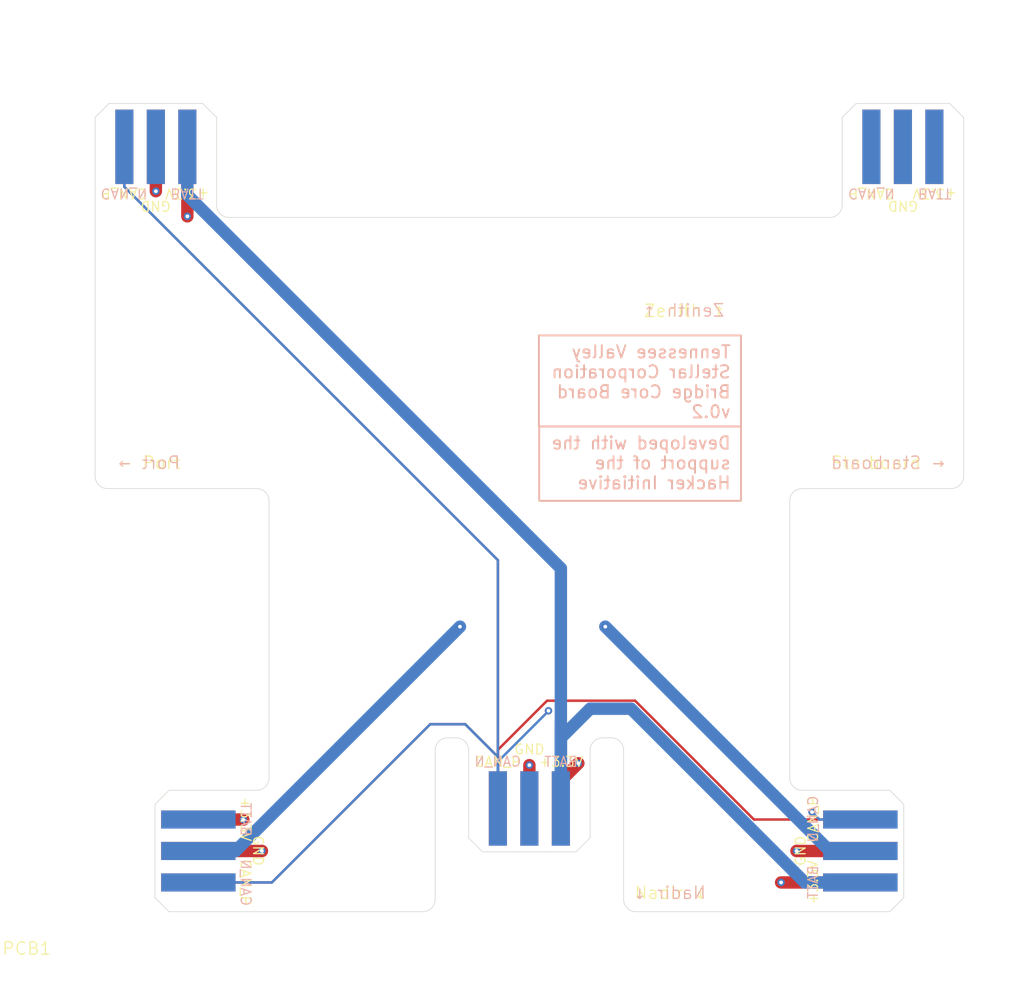
<source format=kicad_pcb>
(kicad_pcb (version 20221018) (generator pcbnew)
  (layers (0 "F.Cu" signal) (1 "In1.Cu" signal) (2 "In2.Cu" signal) (31 "B.Cu" signal) (34 "B.Paste" user) (35 "F.Paste" user) (36 "B.SilkS" user "B.Silkscreen") (37 "F.SilkS" user "F.Silkscreen") (38 "B.Mask" user) (39 "F.Mask" user) (44 "Edge.Cuts" user))
  (property "PCB_VERSION" "0.2")
  (net 0 "")
  (net 1 "GND")
  (net 2 "CAN_N")
  (net 3 "CAN_P")
  (net 4 "+3.3V")
  (net 5 "BATT")
  (net 6 "BATT_MID")
  (footprint "footprints:Core_Board_PCB_Shape" (layer "F.Cu") (at 105.29 128.843)
    (fp_text reference "PCB1" (at 0 -0.5 unlocked) (layer "F.SilkS") (effects (font (thickness 0.1)) (justify right)))
    (fp_text value "~")
    (fp_text user "BATT" (at 10.9 -61.9 180 unlocked) (layer "B.SilkS") (effects (font (size 0.8 0.8) (thickness 0.1)) (justify bottom mirror)))
    (fp_text user "CAN_N" (at 15.15 -5.82 -90 unlocked) (layer "B.SilkS") (effects (font (size 0.8 0.8) (thickness 0.1)) (justify bottom mirror)))
    (fp_text user "Zenith ↑" (at 47.5 -52 unlocked) (layer "B.SilkS") (effects (font (thickness 0.1)) (justify right mirror)))
    (fp_text user "BATT" (at 41.05 -15.1 unlocked) (layer "B.SilkS") (effects (font (size 0.8 0.8) (thickness 0.1)) (justify bottom mirror)))
    (fp_text user "CAN_N" (at 35.95 -15.12 unlocked) (layer "B.SilkS") (effects (font (size 0.8 0.8) (thickness 0.1)) (justify bottom mirror)))
    (fp_text user "CAN_N" (at 66.09 -61.9 180 unlocked) (layer "B.SilkS") (effects (font (size 0.8 0.8) (thickness 0.1)) (justify bottom mirror)))
    (fp_text user "Nadir ↓" (at 46.72 -5 unlocked) (layer "B.SilkS") (effects (font (thickness 0.1)) (justify right mirror)))
    (fp_text user "CAN_N" (at 5.8 -61.9 180 unlocked) (layer "B.SilkS") (effects (font (size 0.8 0.8) (thickness 0.1)) (justify bottom mirror)))
    (fp_text user "BATT" (at 61.85 -5.85 90 unlocked) (layer "B.SilkS") (effects (font (size 0.8 0.8) (thickness 0.1)) (justify bottom mirror)))
    (fp_text user "← Starboard" (at 62.76 -39.7 unlocked) (layer "B.SilkS") (effects (font (thickness 0.1)) (justify right mirror)))
    (fp_text user "BATT" (at 71.19 -61.9 180 unlocked) (layer "B.SilkS") (effects (font (size 0.8 0.8) (thickness 0.1)) (justify bottom mirror)))
    (fp_text user "CAN_N" (at 61.85 -10.95 90 unlocked) (layer "B.SilkS") (effects (font (size 0.8 0.8) (thickness 0.1)) (justify bottom mirror)))
    (fp_text user "BATT" (at 15.15 -10.92 -90 unlocked) (layer "B.SilkS") (effects (font (size 0.8 0.8) (thickness 0.1)) (justify bottom mirror)))
    (fp_text user "Port →" (at 10.4 -39.7 unlocked) (layer "B.SilkS") (effects (font (thickness 0.1)) (justify left mirror)))
    (fp_text user "CAN_P" (at 35.95 -15.1 unlocked) (layer "F.SilkS") (effects (font (size 0.8 0.8) (thickness 0.1)) (justify bottom)))
    (fp_text user "GND" (at 38.5 -16.1 unlocked) (layer "F.SilkS") (effects (font (size 0.8 0.8) (thickness 0.1)) (justify bottom)))
    (fp_text user "+3.3V" (at 15.15 -10.94 -90 unlocked) (layer "F.SilkS") (effects (font (size 0.8 0.8) (thickness 0.1)) (justify bottom)))
    (fp_text user "CAN_P" (at 15.15 -5.84 -90 unlocked) (layer "F.SilkS") (effects (font (size 0.8 0.8) (thickness 0.1)) (justify bottom)))
    (fp_text user "+3.3V" (at 61.85 -5.83 90 unlocked) (layer "F.SilkS") (effects (font (size 0.8 0.8) (thickness 0.1)) (justify bottom)))
    (fp_text user "+3.3V" (at 41.05 -15.1 unlocked) (layer "F.SilkS") (effects (font (size 0.8 0.8) (thickness 0.1)) (justify bottom)))
    (fp_text user "GND" (at 8.35 -60.9 180 unlocked) (layer "F.SilkS") (effects (font (size 0.8 0.8) (thickness 0.1)) (justify bottom)))
    (fp_text user "+3.3V" (at 10.9 -61.9 180 unlocked) (layer "F.SilkS") (effects (font (size 0.8 0.8) (thickness 0.1)) (justify bottom)))
    (fp_text user "CAN_P" (at 61.85 -10.93 90 unlocked) (layer "F.SilkS") (effects (font (size 0.8 0.8) (thickness 0.1)) (justify bottom)))
    (fp_text user "CAN_P" (at 5.8 -61.9 180 unlocked) (layer "F.SilkS") (effects (font (size 0.8 0.8) (thickness 0.1)) (justify bottom)))
    (fp_text user "GND" (at 60.85 -8.38 90 unlocked) (layer "F.SilkS") (effects (font (size 0.8 0.8) (thickness 0.1)) (justify bottom)))
    (fp_text user "CAN_P" (at 66.1 -61.9 180 unlocked) (layer "F.SilkS") (effects (font (size 0.8 0.8) (thickness 0.1)) (justify bottom)))
    (fp_text user "GND" (at 16.15 -8.39 -90 unlocked) (layer "F.SilkS") (effects (font (size 0.8 0.8) (thickness 0.1)) (justify bottom)))
    (fp_text user "Starboard →" (at 72.15 -39.7 unlocked) (layer "F.SilkS") (effects (font (thickness 0.1)) (justify right)))
    (fp_text user "Nadir ↓" (at 53 -5 unlocked) (layer "F.SilkS") (effects (font (thickness 0.1)) (justify right)))
    (fp_text user "GND" (at 68.65 -60.9 180 unlocked) (layer "F.SilkS") (effects (font (size 0.8 0.8) (thickness 0.1)) (justify bottom)))
    (fp_text user "+3.3V" (at 71.2 -61.9 180 unlocked) (layer "F.SilkS") (effects (font (size 0.8 0.8) (thickness 0.1)) (justify bottom)))
    (fp_text user "Zenith ↑" (at 54.47 -51.96 unlocked) (layer "F.SilkS") (effects (font (thickness 0.1)) (justify right)))
    (fp_text user "← Port" (at 5.21 -39.7 unlocked) (layer "F.SilkS") (effects (font (thickness 0.1)) (justify left)))
    (fp_line (start 3.47 -67.57) (end 3.47 -38.62) (stroke (width 0.05)) (layer "Edge.Cuts"))
    (fp_line (start 4.47 -37.62) (end 16.5 -37.62) (stroke (width 0.05)) (layer "Edge.Cuts"))
    (fp_line (start 4.6 -68.7) (end 3.47 -67.57) (stroke (width 0.05)) (layer "Edge.Cuts"))
    (fp_line (start 8.3 -12.14) (end 8.3 -4.6) (stroke (width 0.05)) (layer "Edge.Cuts"))
    (fp_line (start 8.3 -12.14) (end 9.43 -13.27) (stroke (width 0.05)) (layer "Edge.Cuts"))
    (fp_line (start 9.43 -3.47) (end 8.3 -4.6) (stroke (width 0.05)) (layer "Edge.Cuts"))
    (fp_line (start 9.43 -3.47) (end 29.9 -3.47) (stroke (width 0.05)) (layer "Edge.Cuts"))
    (fp_line (start 12.14 -68.7) (end 4.6 -68.7) (stroke (width 0.05)) (layer "Edge.Cuts"))
    (fp_line (start 12.14 -68.7) (end 13.27 -67.57) (stroke (width 0.05)) (layer "Edge.Cuts"))
    (fp_line (start 13.27 -60.5) (end 13.27 -67.57) (stroke (width 0.05)) (layer "Edge.Cuts"))
    (fp_line (start 16.5 -13.27) (end 9.43 -13.27) (stroke (width 0.05)) (layer "Edge.Cuts"))
    (fp_line (start 17.5 -36.62) (end 17.5 -14.27) (stroke (width 0.05)) (layer "Edge.Cuts"))
    (fp_line (start 30.9 -4.47) (end 30.9 -16.5) (stroke (width 0.05)) (layer "Edge.Cuts"))
    (fp_line (start 31.9 -17.5) (end 32.6 -17.5) (stroke (width 0.05)) (layer "Edge.Cuts"))
    (fp_line (start 33.6 -16.5) (end 33.6 -9.43) (stroke (width 0.05)) (layer "Edge.Cuts"))
    (fp_line (start 34.73 -8.3) (end 33.6 -9.43) (stroke (width 0.05)) (layer "Edge.Cuts"))
    (fp_line (start 34.73 -8.3) (end 42.26 -8.3) (stroke (width 0.05)) (layer "Edge.Cuts"))
    (fp_line (start 43.4 -9.43) (end 42.26 -8.3) (stroke (width 0.05)) (layer "Edge.Cuts"))
    (fp_line (start 43.4 -9.43) (end 43.4 -16.5) (stroke (width 0.05)) (layer "Edge.Cuts"))
    (fp_line (start 44.4 -17.5) (end 45.1 -17.5) (stroke (width 0.05)) (layer "Edge.Cuts"))
    (fp_line (start 46.1 -16.5) (end 46.1 -4.47) (stroke (width 0.05)) (layer "Edge.Cuts"))
    (fp_line (start 47.1 -3.47) (end 67.57 -3.47) (stroke (width 0.05)) (layer "Edge.Cuts"))
    (fp_line (start 59.5 -14.27) (end 59.5 -36.62) (stroke (width 0.05)) (layer "Edge.Cuts"))
    (fp_line (start 60.5 -37.62) (end 72.53 -37.62) (stroke (width 0.05)) (layer "Edge.Cuts"))
    (fp_line (start 62.73 -59.5) (end 14.27 -59.5) (stroke (width 0.05)) (layer "Edge.Cuts"))
    (fp_line (start 63.73 -67.57) (end 63.73 -60.5) (stroke (width 0.05)) (layer "Edge.Cuts"))
    (fp_line (start 64.86 -68.7) (end 63.73 -67.57) (stroke (width 0.05)) (layer "Edge.Cuts"))
    (fp_line (start 67.57 -13.27) (end 60.5 -13.27) (stroke (width 0.05)) (layer "Edge.Cuts"))
    (fp_line (start 68.7 -12.14) (end 67.57 -13.27) (stroke (width 0.05)) (layer "Edge.Cuts"))
    (fp_line (start 68.7 -4.6) (end 67.57 -3.47) (stroke (width 0.05)) (layer "Edge.Cuts"))
    (fp_line (start 68.7 -4.6) (end 68.7 -12.14) (stroke (width 0.05)) (layer "Edge.Cuts"))
    (fp_line (start 72.4 -68.7) (end 64.86 -68.7) (stroke (width 0.05)) (layer "Edge.Cuts"))
    (fp_line (start 72.4 -68.7) (end 73.53 -67.57) (stroke (width 0.05)) (layer "Edge.Cuts"))
    (fp_line (start 73.53 -38.62) (end 73.53 -67.57) (stroke (width 0.05)) (layer "Edge.Cuts"))
    (fp_arc (start 4.47 -37.62) (mid 3.762893 -37.912893) (end 3.47 -38.62) (stroke (width 0.05)) (layer "Edge.Cuts"))
    (fp_arc (start 14.27 -59.5) (mid 13.562893 -59.792893) (end 13.27 -60.5) (stroke (width 0.05)) (layer "Edge.Cuts"))
    (fp_arc (start 16.5 -37.62) (mid 17.207107 -37.327107) (end 17.5 -36.62) (stroke (width 0.05)) (layer "Edge.Cuts"))
    (fp_arc (start 17.5 -14.27) (mid 17.207107 -13.562893) (end 16.5 -13.27) (stroke (width 0.05)) (layer "Edge.Cuts"))
    (fp_arc (start 30.9 -16.5) (mid 31.192893 -17.207107) (end 31.9 -17.5) (stroke (width 0.05)) (layer "Edge.Cuts"))
    (fp_arc (start 30.9 -4.47) (mid 30.607107 -3.762893) (end 29.9 -3.47) (stroke (width 0.05)) (layer "Edge.Cuts"))
    (fp_arc (start 32.6 -17.5) (mid 33.307107 -17.207107) (end 33.6 -16.5) (stroke (width 0.05)) (layer "Edge.Cuts"))
    (fp_arc (start 43.4 -16.5) (mid 43.692893 -17.207107) (end 44.4 -17.5) (stroke (width 0.05)) (layer "Edge.Cuts"))
    (fp_arc (start 45.1 -17.5) (mid 45.807107 -17.207107) (end 46.1 -16.5) (stroke (width 0.05)) (layer "Edge.Cuts"))
    (fp_arc (start 47.1 -3.47) (mid 46.392893 -3.762893) (end 46.1 -4.47) (stroke (width 0.05)) (layer "Edge.Cuts"))
    (fp_arc (start 59.5 -36.62) (mid 59.792893 -37.327107) (end 60.5 -37.62) (stroke (width 0.05)) (layer "Edge.Cuts"))
    (fp_arc (start 60.5 -13.27) (mid 59.792893 -13.562893) (end 59.5 -14.27) (stroke (width 0.05)) (layer "Edge.Cuts"))
    (fp_arc (start 63.73 -60.5) (mid 63.437107 -59.792893) (end 62.73 -59.5) (stroke (width 0.05)) (layer "Edge.Cuts"))
    (fp_arc (start 73.53 -38.62) (mid 73.237107 -37.912893) (end 72.53 -37.62) (stroke (width 0.05)) (layer "Edge.Cuts"))
    (pad "1" smd rect (at 35.96 -11.8) (size 1.46 6) (layers "F.Cu" "F.Paste" "F.Mask") (net 3 "CAN_P"))
    (pad "2" smd rect (at 35.96 -11.8) (size 1.46 6) (layers "B.Cu" "B.Paste" "B.Mask") (net 2 "CAN_N"))
    (pad "3" smd rect (at 38.5 -11.8) (size 1.46 6) (layers "F.Cu" "F.Paste" "F.Mask") (net 1 "GND"))
    (pad "4" smd rect (at 38.5 -11.8) (size 1.46 6) (layers "B.Cu" "B.Paste" "B.Mask"))
    (pad "5" smd rect (at 41.04 -11.8) (size 1.46 6) (layers "F.Cu" "F.Paste" "F.Mask") (net 4 "+3.3V"))
    (pad "6" smd rect (at 41.04 -11.8) (size 1.46 6) (layers "B.Cu" "B.Paste" "B.Mask") (net 5 "BATT"))
    (pad "7" smd rect (at 65.2 -5.83 90) (size 1.46 6) (layers "F.Cu" "F.Paste" "F.Mask") (net 4 "+3.3V"))
    (pad "8" smd rect (at 65.2 -5.83 90) (size 1.46 6) (layers "B.Cu" "B.Paste" "B.Mask") (net 5 "BATT"))
    (pad "9" smd rect (at 65.2 -8.37 90) (size 1.46 6) (layers "F.Cu" "F.Paste" "F.Mask") (net 1 "GND"))
    (pad "10" smd rect (at 65.2 -8.37 90) (size 1.46 6) (layers "B.Cu" "B.Paste" "B.Mask") (net 6 "BATT_MID"))
    (pad "11" smd rect (at 65.2 -10.91 90) (size 1.46 6) (layers "F.Cu" "F.Paste" "F.Mask") (net 3 "CAN_P"))
    (pad "12" smd rect (at 65.2 -10.91 90) (size 1.46 6) (layers "B.Cu" "B.Paste" "B.Mask") (net 2 "CAN_N"))
    (pad "13" smd rect (at 71.17 -65.2) (size 1.46 6) (layers "F.Cu" "F.Paste" "F.Mask"))
    (pad "14" smd rect (at 71.17 -65.2) (size 1.46 6) (layers "B.Cu" "B.Paste" "B.Mask"))
    (pad "15" smd rect (at 68.63 -65.2) (size 1.46 6) (layers "F.Cu" "F.Paste" "F.Mask"))
    (pad "16" smd rect (at 68.63 -65.2) (size 1.46 6) (layers "B.Cu" "B.Paste" "B.Mask"))
    (pad "17" smd rect (at 66.09 -65.2) (size 1.46 6) (layers "F.Cu" "F.Paste" "F.Mask"))
    (pad "18" smd rect (at 66.09 -65.2) (size 1.46 6) (layers "B.Cu" "B.Paste" "B.Mask"))
    (pad "19" smd rect (at 10.91 -65.2) (size 1.46 6) (layers "F.Cu" "F.Paste" "F.Mask") (net 4 "+3.3V"))
    (pad "20" smd rect (at 10.91 -65.2) (size 1.46 6) (layers "B.Cu" "B.Paste" "B.Mask") (net 5 "BATT"))
    (pad "21" smd rect (at 8.37 -65.2) (size 1.46 6) (layers "F.Cu" "F.Paste" "F.Mask") (net 1 "GND"))
    (pad "22" smd rect (at 8.37 -65.2) (size 1.46 6) (layers "B.Cu" "B.Paste" "B.Mask"))
    (pad "23" smd rect (at 5.83 -65.2) (size 1.46 6) (layers "F.Cu" "F.Paste" "F.Mask") (net 3 "CAN_P"))
    (pad "24" smd rect (at 5.83 -65.2) (size 1.46 6) (layers "B.Cu" "B.Paste" "B.Mask") (net 2 "CAN_N"))
    (pad "25" smd rect (at 11.8 -10.91 90) (size 1.46 6) (layers "F.Cu" "F.Paste" "F.Mask") (net 4 "+3.3V"))
    (pad "26" smd rect (at 11.8 -10.91 90) (size 1.46 6) (layers "B.Cu" "B.Paste" "B.Mask"))
    (pad "27" smd rect (at 11.8 -8.37 90) (size 1.46 6) (layers "F.Cu" "F.Paste" "F.Mask") (net 1 "GND"))
    (pad "28" smd rect (at 11.8 -8.37 90) (size 1.46 6) (layers "B.Cu" "B.Paste" "B.Mask") (net 6 "BATT_MID"))
    (pad "29" smd rect (at 11.8 -5.83 90) (size 1.46 6) (layers "F.Cu" "F.Paste" "F.Mask") (net 3 "CAN_P"))
    (pad "30" smd rect (at 11.8 -5.83 90) (size 1.46 6) (layers "B.Cu" "B.Paste" "B.Mask") (net 2 "CAN_N"))
  )
  (gr_text_box "Tennessee Valley Stellar Corporation\nBridge Core Board v${PCB_VERSION}\n" (start 144.558081 78.863479) (end 160.86 86.21252) (layer "B.SilkS") (effects (font (size 1 1)) (justify left top mirror)) (stroke (width 0.15)))
  (gr_text_box "Developed with the support of the Hacker Initiative" (start 144.58404 86.21252) (end 160.85904 92.21252) (layer "B.SilkS") (effects (font (size 1 1)) (justify left top mirror)) (stroke (width 0.15)))
  (segment (start 165.345 120.473) (end 170.49 120.473) (width 1) (layer "F.Cu") (net 1))
  (segment (start 165.34 120.468) (end 165.345 120.473) (width 1) (layer "F.Cu") (net 1))
  (segment (start 117.09 120.473) (end 122.21 120.473) (width 1) (layer "F.Cu") (net 1))
  (segment (start 113.66 67.223) (end 113.66 63.643) (width 1) (layer "F.Cu") (net 1))
  (segment (start 143.79 117.043) (end 143.79 113.542998) (width 1) (layer "F.Cu") (net 1))
  (segment (start 122.21 120.473) (end 122.215 120.468) (width 1) (layer "F.Cu") (net 1))
  (via (at 113.66 67.223) (size 0.6) (drill 0.3) (layers "F.Cu" "B.Cu") (net 1))
  (via (at 165.34 120.468) (size 0.6) (drill 0.3) (layers "F.Cu" "B.Cu") (net 1))
  (via (at 143.79 113.542998) (size 0.6) (drill 0.3) (layers "F.Cu" "B.Cu") (net 1))
  (via (at 122.215 120.468) (size 0.6) (drill 0.3) (layers "F.Cu" "B.Cu") (net 1))
  (via (at 166.59 117.333) (size 0.6) (drill 0.3) (layers "F.Cu" "B.Cu") (net 2))
  (via (at 145.33 109.1555) (size 0.6) (drill 0.3) (layers "F.Cu" "B.Cu") (net 2))
  (segment (start 111.12 66.873) (end 111.12 63.643) (width 0.2) (layer "B.Cu") (net 2))
  (segment (start 117.09 123.013) (end 123.02 123.013) (width 0.2) (layer "B.Cu") (net 2))
  (segment (start 145.33 109.1555) (end 145.33 109.178) (width 0.2) (layer "B.Cu") (net 2))
  (segment (start 123.02 123.013) (end 135.79 110.243) (width 0.2) (layer "B.Cu") (net 2))
  (segment (start 138.615 110.243) (end 141.25 112.878) (width 0.2) (layer "B.Cu") (net 2))
  (segment (start 141.25 113.258) (end 141.25 117.043) (width 0.2) (layer "B.Cu") (net 2))
  (segment (start 141.25 117.043) (end 141.25 97.003) (width 0.2) (layer "B.Cu") (net 2))
  (segment (start 166.59 117.333) (end 167.19 117.933) (width 0.2) (layer "B.Cu") (net 2))
  (segment (start 145.33 109.178) (end 141.25 113.258) (width 0.2) (layer "B.Cu") (net 2))
  (segment (start 141.25 97.003) (end 111.12 66.873) (width 0.2) (layer "B.Cu") (net 2))
  (segment (start 135.79 110.243) (end 138.615 110.243) (width 0.2) (layer "B.Cu") (net 2))
  (segment (start 167.19 117.933) (end 170.49 117.933) (width 0.2) (layer "B.Cu") (net 2))
  (segment (start 141.25 112.878) (end 141.25 117.043) (width 0.2) (layer "B.Cu") (net 2))
  (segment (start 141.25 112.878) (end 141.25 117.043) (width 0.2) (layer "F.Cu") (net 3))
  (segment (start 135.79 110.243) (end 138.615 110.243) (width 0.2) (layer "F.Cu") (net 3))
  (segment (start 117.09 123.013) (end 123.02 123.013) (width 0.2) (layer "F.Cu") (net 3))
  (segment (start 138.615 110.243) (end 141.25 112.878) (width 0.2) (layer "F.Cu") (net 3))
  (segment (start 161.905 117.933) (end 170.49 117.933) (width 0.2) (layer "F.Cu") (net 3))
  (segment (start 141.25 117.043) (end 141.25 112.308) (width 0.2) (layer "F.Cu") (net 3))
  (segment (start 141.25 112.308) (end 145.215 108.343) (width 0.2) (layer "F.Cu") (net 3))
  (segment (start 152.315 108.343) (end 161.905 117.933) (width 0.2) (layer "F.Cu") (net 3))
  (segment (start 141.25 117.043) (end 141.25 97.003) (width 0.2) (layer "F.Cu") (net 3))
  (segment (start 123.02 123.013) (end 135.79 110.243) (width 0.2) (layer "F.Cu") (net 3))
  (segment (start 145.215 108.343) (end 152.315 108.343) (width 0.2) (layer "F.Cu") (net 3))
  (segment (start 111.12 66.873) (end 111.12 63.643) (width 0.2) (layer "F.Cu") (net 3))
  (segment (start 141.25 97.003) (end 111.12 66.873) (width 0.2) (layer "F.Cu") (net 3))
  (segment (start 164.095 123.013) (end 170.49 123.013) (width 1) (layer "F.Cu") (net 4))
  (segment (start 146.33 114.803) (end 147.74 113.393) (width 1) (layer "F.Cu") (net 4))
  (segment (start 120.705 117.933) (end 120.715 117.943) (width 1) (layer "F.Cu") (net 4))
  (segment (start 117.09 117.933) (end 120.705 117.933) (width 1) (layer "F.Cu") (net 4))
  (segment (start 146.33 117.043) (end 146.33 114.803) (width 1) (layer "F.Cu") (net 4))
  (segment (start 116.2 69.253) (end 116.2 63.643) (width 1) (layer "F.Cu") (net 4))
  (via (at 164.095 123.013) (size 0.6) (drill 0.3) (layers "F.Cu" "B.Cu") (net 4))
  (via (at 147.74 113.393) (size 0.6) (drill 0.3) (layers "F.Cu" "B.Cu") (net 4))
  (via (at 116.2 69.253) (size 0.6) (drill 0.3) (layers "F.Cu" "B.Cu") (net 4))
  (via (at 120.715 117.943) (size 0.6) (drill 0.3) (layers "F.Cu" "B.Cu") (net 4))
  (segment (start 170.49 123.013) (end 166.01 123.013) (width 1) (layer "B.Cu") (net 5))
  (segment (start 146.33 97.662251) (end 116.2 67.532251) (width 1) (layer "B.Cu") (net 5))
  (segment (start 146.33 110.078) (end 146.33 117.043) (width 1) (layer "B.Cu") (net 5))
  (segment (start 146.33 111.353) (end 146.33 117.043) (width 1) (layer "B.Cu") (net 5))
  (segment (start 116.2 67.532251) (end 116.2 63.643) (width 1) (layer "B.Cu") (net 5))
  (segment (start 148.69 108.993) (end 146.33 111.353) (width 1) (layer "B.Cu") (net 5))
  (segment (start 166.01 123.013) (end 151.99 108.993) (width 1) (layer "B.Cu") (net 5))
  (segment (start 151.99 108.993) (end 148.69 108.993) (width 1) (layer "B.Cu") (net 5))
  (segment (start 146.33 117.043) (end 146.33 97.662251) (width 1) (layer "B.Cu") (net 5))
  (via (at 138.19 102.368) (size 0.6) (drill 0.3) (layers "F.Cu" "B.Cu") (net 6))
  (via (at 149.915 102.368) (size 0.6) (drill 0.3) (layers "F.Cu" "B.Cu") (net 6))
  (segment (start 138.19 102.368) (end 120.085 120.473) (width 1) (layer "B.Cu") (net 6))
  (segment (start 149.915 102.368) (end 168.015 120.468) (width 1) (layer "B.Cu") (net 6))
  (segment (start 170.485 120.468) (end 170.49 120.473) (width 1) (layer "B.Cu") (net 6))
  (segment (start 168.015 120.468) (end 170.485 120.468) (width 1) (layer "B.Cu") (net 6))
  (segment (start 120.085 120.473) (end 117.09 120.473) (width 1) (layer "B.Cu") (net 6))
)
</source>
